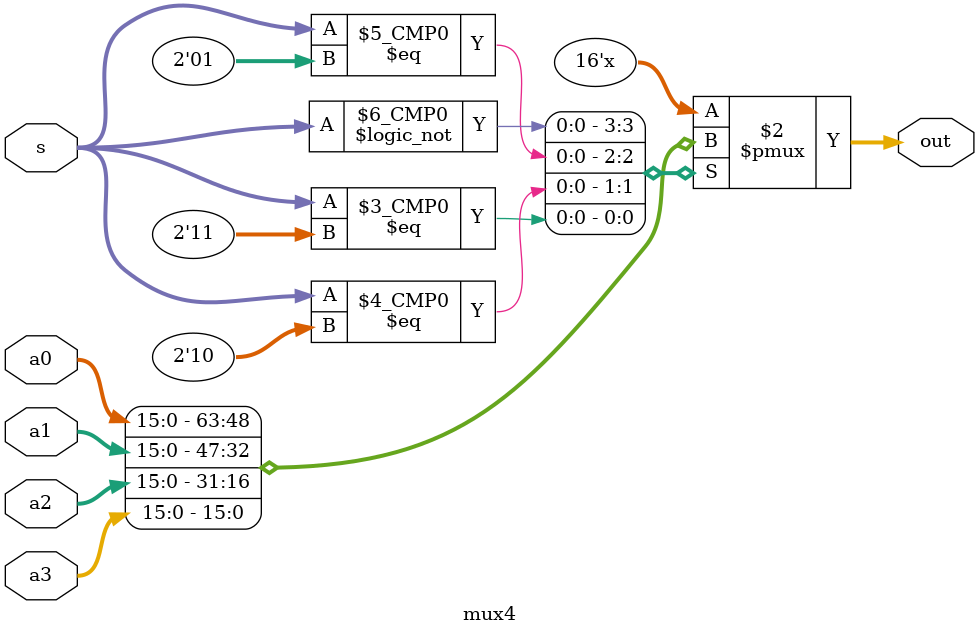
<source format=sv>
module datapath (
	input logic Clk, Reset,
//	input logic [15:0] PC, 
	input logic LD_MAR, LD_MDR, LD_IR, LD_BEN, LD_CC, LD_REG, LD_PC, LD_LED,
	input logic GatePC, GateMDR, GateALU, GateMARMUX,
	input logic [1:0] PCMUX, ADDR2MUX, ALUK,
	input logic DRMUX, SR1MUX, SR2MUX, ADDR1MUX,
	input logic MIO_EN,
	// the MDR_In is the output from the module MEM2IO: Data_to_CPU(MDR_In)
	input logic [15:0] MDR_In, 
	output logic [15:0] MAR, MDR, IR, PC,
	output logic [11:0] LED,
	output logic BEN
);

// here "local" means the temp data between MUX and REGISTER/BUS/MUX
logic [15:0] MDR_local, BUS, PC_next, PC_local;
logic [15:0] SR1val, SR2val; // corresponding values in register SR1 and SR2 (outputed from REG FILE)
logic N_in, Z_in, P_in;
logic N_out, Z_out, P_out;
logic [15:0] ALU_local, MARMUX_local, ADDR2MUX_local, ADDR1MUX_local, SR2MUX_local;

logic [15:0] COMP5, COMP7, COMP10, COMP11;
logic [2:0] SR1_IN, SR2_IN, DR_IN;


COMP_5  comp5 (.IN(IR[10:0]), .OUT(COMP5));
COMP_7  comp7 (.IN(IR[8:0]),  .OUT(COMP7));
COMP_10 comp10(.IN(IR[5:0]),  .OUT(COMP10));
COMP_11 comp11(.IN(IR[4:0]),  .OUT(COMP11));

//logic [15:0] IR_local;
//assign IR_local = IR;
//register_12 LED_reg(.Clk(Clk), .Reset(Reset), .Load(LD_LED), .data_in(IR_local[11:0]), .data_out(LED));

// set the main data BUS with 4-gate to select
// possible data: PC, MDR, ALUval, MARMUXval
bus_mux BUS_inst(.a0(PC), .a1(MDR), .a2(ALU_local), .a3(MARMUX_local), .s({GatePC, GateMDR, GateALU, GateMARMUX}), .out(BUS));

// Load the value of PC to MAR through BUS
register MAR_reg(.Clk(Clk), .Reset(Reset), .Load(LD_MAR), .data_in(BUS), .data_out(MAR));

// Load the value MDR from BUS or MDR_In
// before that, first select MDR through the mux controlled by MIO.EN, if 1, select Data_to_CPU(MDR_In)
mux2 MDR_mux(.a0(BUS), .a1(MDR_In), .s(MIO_EN), .out(MDR_local));
// then load it into register
register MDR_reg(.Clk(Clk), .Reset(Reset), .Load(LD_MDR), .data_in(MDR_local), .data_out(MDR));

// load MDR to IR
register IR_reg(.Clk(Clk), .Reset(Reset), .Load(LD_IR), .data_in(BUS), .data_out(IR));

// PC <- PC + 1 and select PC
assign PC_next = PC + 16'b0000000000000001;
// change the value MARMUX_local and BUS ????
mux4 PC_mux(.a0(PC_next), .a1(BUS), .a2(MARMUX_local), .a3(16'b0), .s(PCMUX), .out(PC_local));
register PC_reg(.Clk(Clk), .Reset(Reset), .Load(LD_PC), .data_in(PC_local), .data_out(PC));
		
//Added Parts for week2 
//-------------------------------------

// Address Calculating Part	
//ADDR2MUXval and ADDR1MUXval
mux4 addr2mux(.a0(16'h0), .a1(COMP10), .a2(COMP7), .a3(COMP5), .s(ADDR2MUX), .out(ADDR2MUX_local));
mux2 addr1mux(.a0(PC), .a1(SR1val), .s(ADDR1MUX), .out(ADDR1MUX_local));
//adder values from ADDR2MUXval and ADDR1MUXval
ALU Address_adder (.A(ADDR1MUX_local), .B(ADDR2MUX_local), .ALUK(2'b00), .OUT(MARMUX_local)); // set ALUK = 00 for ADD
		
// Register File Part
//Three mux to select for SR1, SR2 and DR
mux2_3bit SR1_in(.a0(IR[11:9]), .a1(IR[8:6]), .s(SR1MUX), .out(SR1_IN));
assign SR2_IN = IR[2:0];
mux2_3bit DR_in(.a0(IR[11:9]), .a1(3'b111), .s(DRMUX), .out(DR_IN));
//
		Reg_File regfile(.*, .LD_Reg(LD_REG), .SR1_in(SR1_IN), .SR2(SR2_IN), .DR_in(DR_IN), .In(BUS), .SR1_out(SR1val), .SR2_out(SR2val));
		
// SR2MUX and ALU Part
mux2 SR2_mux(.a0(SR2val), .a1(COMP11), .s(SR2MUX), .out(SR2MUX_local));
ALU Regiter_adder(.A(SR1val), .B(SR2MUX_local), .ALUK(ALUK), .OUT(ALU_local));

// BEN and NZP part
NZP nzp(.*); // module NZP(input logic Clk, N_in, Z_in, P_in, LD_CC, output logic N_out, Z_out, P_out);
BEN ben(.Clk(Clk), .N(N_out), .Z(Z_out), .P(P_out), .LD_BEN(LD_BEN), .IR11_9(IR[11:9]), .BEN(BEN));
		
		
// Set NZP
always_comb begin
			// if the first bit is 1, it is negative
			if (BUS[15]) begin
				N_in <= 1'b1;
				Z_in <= 1'b0;
				P_in <= 1'b0;
			end
			else begin
				case (BUS)
					16'b0:
						begin
							N_in <= 1'b0;
							Z_in <= 1'b1;
							P_in <= 1'b0;
						end
				default:
				begin
					N_in <= 1'b0;
					Z_in <= 1'b0;
					P_in <= 1'b1;
				end
				endcase
		  end
end
			
		

		
//load LED
always_ff @ (posedge Clk) begin
	if (LD_LED) begin
		LED <= IR[11:0];
	end else if (Reset)	begin
		LED <= 12'h0;
	end else LED <= LED;
end

		
endmodule 




// the module for register
// the register only controlled by the "Load", with no function of SHIFT
module register (input  logic Clk, Reset, Load,
              input  logic [15:0]  data_in,
              output logic [15:0]  data_out
);

    always_ff @ (posedge Clk)
    begin
	 	 if (Reset) //notice, this is a sycnrhonous reset, which is recommended on the FPGA
			  data_out <= 16'h0000;
		 else if (Load)
			  data_out <= data_in;
    end
endmodule


// the module for bus_mux
module bus_mux
# (parameter width = 16)
(
	input logic  [width-1:0] a0,a1,a2,a3,
	input logic  [3:0] s,
	output logic [width-1:0] out
);
	always_comb begin
		case(s)
			4'b1000:
				out = a0;
			4'b0100:
				out = a1;
			4'b0010:
				out = a2;
			4'b0001:
				out = a3;
			default:
				out = 16'h0;
		endcase
	end

endmodule

// the module for mux2
// the model to use it: mux2 ****(.a0(), .a1(), .s(), .out());
module mux2
# (parameter width = 16)
(	
	input logic [width-1:0] a0, a1,
	input logic s,
	output logic [width-1:0] out
);
	always_comb begin
		case (s)
			1'b0:
				out = a0;
			1'b1:
				out = a1;
		endcase
	end
endmodule


// the module for mux2_3bit
// the model to use it: mux2_3bit ****(.a0(), .a1(), .s(), .out());
module mux2_3bit
# (parameter width = 3)
(	
	input logic [width-1:0] a0, a1,
	input logic s,
	output logic [width-1:0] out
);
	always_comb begin
		case (s)
			1'b0:
				out = a0;
			1'b1:
				out = a1;
		endcase
	end
endmodule


// the module for mux4
// the model to use it: mux4 ****(.a0(), .a1(), .a2(), .a4(), .s(), .out());
module mux4
# (parameter width = 16)
(
	input logic [width-1:0] a0, a1, a2, a3,
	input logic [1:0] s,
	output logic [width-1:0] out
);
	always_comb begin
		case (s)
			2'b00:
				out = a0;
			2'b01:
				out = a1;
			2'b10:
				out = a2;
			2'b11:
				out = a3;
		endcase
	end
endmodule












//module datapath(
//                      input logic Clk, Reset, 
//							 input logic LD_MAR, LD_MDR, LD_IR, LD_BEN, LD_CC, LD_REG, LD_PC, LD_LED,
//							 input logic GatePC, GateMDR, GateALU, GateMARMUX,
//							 input logic [1:0] PCMUX, ADDR2MUX, ALUK,
//							 input logic DRMUX, SR1MUX, SR2MUX, ADDR1MUX,
//							 input logic [15:0] MDR_In,
//							 input logic MIO_EN,
//							 output logic [15:0] MAR, MDR, IR,
//							 output logic [11:0] LED,
//							 output logic BEN
//
//)
//
//
////	BUS_MUX BUSnew (.d0(PC), .d1(MDR), .d2(ALUval), .d3(MARMUXval), .s({GatePC, GateMDR, GateALU, GateMARMUX}), .y(BUS));
////	register MAR_reg(.Clk(Clk), .Reset(Reset), .Load(LD_MAR), .data_in(BUS), .data_out(MAR));
////		
////	mux2 mdrMUX(.d0(BUS), .d1(MDR_In), .s(MIO_EN), .y(MDRval));
////	register MDR_reg(.Clk(Clk), .Reset(Reset), .Load(LD_MDR), .data_in(MDRval), .data_out(MDR));
////
////	assign PCplus1 = PC+1;
////	register IR_reg(.Clk(Clk), .Reset(Reset), .Load(LD_IR), .data_in(BUS), .data_out(IR));
////	mux4 pcmux(.d0(PCplus1), .d1(MARMUXval), .d2(BUS), .d3(16'b0), .s(PCMUX), .y(PCval));
////	register PC_reg(.Clk(Clk), .Reset(Reset), .Load(LD_PC), .data_in(PCval), .data_out(PC));
//
//
//endmodule

</source>
